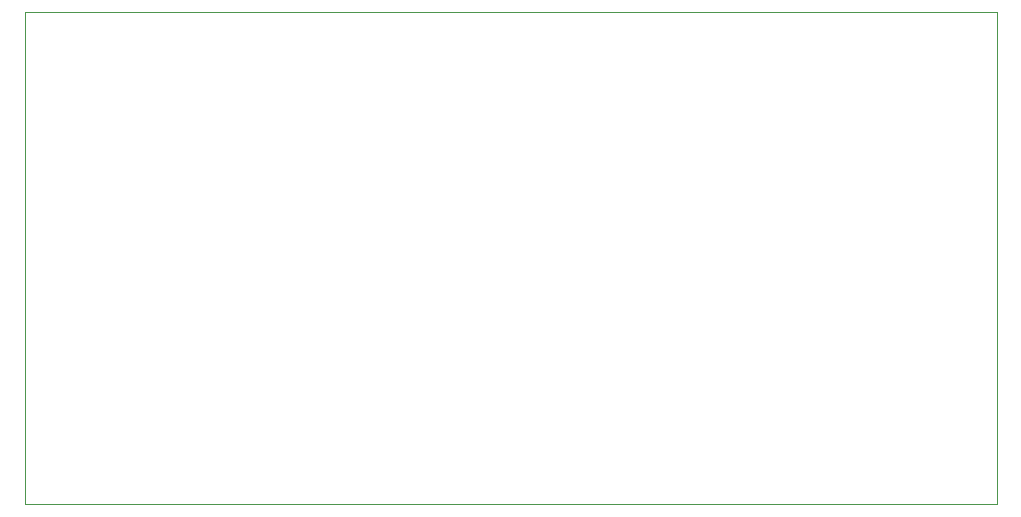
<source format=gbr>
%TF.GenerationSoftware,KiCad,Pcbnew,(5.1.10-1-10_14)*%
%TF.CreationDate,2021-10-20T01:40:30-04:00*%
%TF.ProjectId,ALU-RHS-bitwise,414c552d-5248-4532-9d62-697477697365,rev?*%
%TF.SameCoordinates,Original*%
%TF.FileFunction,Profile,NP*%
%FSLAX46Y46*%
G04 Gerber Fmt 4.6, Leading zero omitted, Abs format (unit mm)*
G04 Created by KiCad (PCBNEW (5.1.10-1-10_14)) date 2021-10-20 01:40:30*
%MOMM*%
%LPD*%
G01*
G04 APERTURE LIST*
%TA.AperFunction,Profile*%
%ADD10C,0.050000*%
%TD*%
G04 APERTURE END LIST*
D10*
X231394000Y-69088000D02*
X231394000Y-70612000D01*
X149098000Y-69088000D02*
X149098000Y-70612000D01*
X149098000Y-108966000D02*
X149098000Y-110744000D01*
X231394000Y-108966000D02*
X231394000Y-110744000D01*
X231394000Y-108966000D02*
X231394000Y-70612000D01*
X149098000Y-108966000D02*
X149098000Y-70612000D01*
X149098000Y-69088000D02*
X231394000Y-69088000D01*
X231394000Y-110744000D02*
X149098000Y-110744000D01*
M02*

</source>
